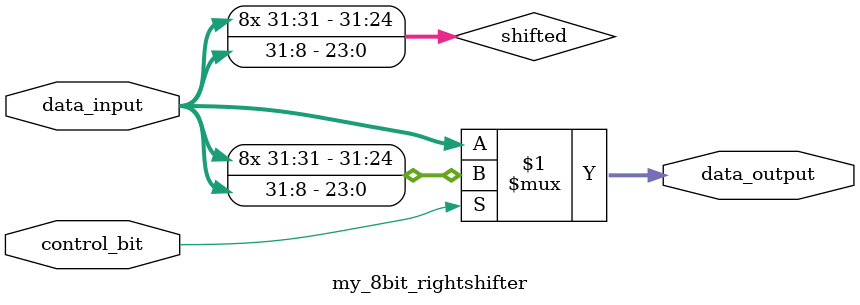
<source format=v>
module my_8bit_rightshifter(data_input, control_bit, data_output);

	input [31:0] data_input;
	input control_bit;
	
	wire [31:0] shifted;
	
	output [31:0] data_output;
	
	
	genvar k;
	generate
	for(k = 0; k < 24; k = k+1) begin: my8RightShiftLoop
		assign shifted[k] = data_input[k+8];
    end
	endgenerate
    
    genvar j;
	generate
	for(j = 24; j < 32; j = j+1) begin: my8RightShiftLoop2
		assign shifted[j] = data_input[31];
    end
	endgenerate
	
	assign data_output = control_bit ? shifted : data_input;
	
	
	
endmodule
</source>
